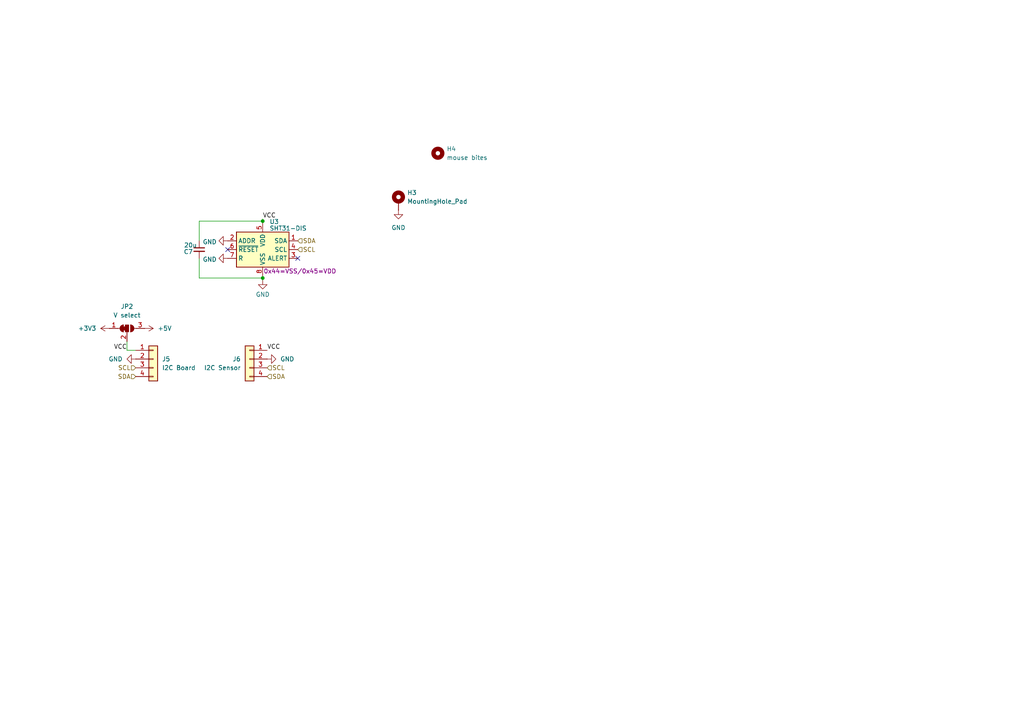
<source format=kicad_sch>
(kicad_sch (version 20231120) (generator "eeschema") (generator_version "8.0")
  (paper "A4")
  (lib_symbols
    (symbol "Connector_Generic:Conn_01x04" (pin_names (offset 1.016) hide)
      (property "Reference" "J" (at 0 5.08 0))
      (property "Value" "Conn_01x04" (at 0 -7.62 0))
      (symbol "Conn_01x04_1_1"
        (rectangle (start -1.27 -4.953) (end 0 -5.207) (stroke (width 0.1524)))
        (rectangle (start -1.27 -2.413) (end 0 -2.667) (stroke (width 0.1524)))
        (rectangle (start -1.27 0.127) (end 0 -0.127) (stroke (width 0.1524)))
        (rectangle (start -1.27 2.667) (end 0 2.413) (stroke (width 0.1524)))
        (rectangle (start -1.27 3.81) (end 1.27 -6.35) (stroke (width 0.254)) (fill (type background)))
        (pin passive line (at -5.08 2.54 0) (length 3.81) (name "Pin_1") (number "1"))
        (pin passive line (at -5.08 0 0) (length 3.81) (name "Pin_2") (number "2"))
        (pin passive line (at -5.08 -2.54 0) (length 3.81) (name "Pin_3") (number "3"))
        (pin passive line (at -5.08 -5.08 0) (length 3.81) (name "Pin_4") (number "4"))
      )
    )
    (symbol "Device:C_Small" (pin_numbers hide) (pin_names (offset 0.254) hide)
      (property "Reference" "C" (at 0.254 1.778 0))
      (property "Value" "C_Small" (at 0.254 -2.032 0))
      (symbol "C_Small_0_1"
        (polyline (pts (xy -1.524 -0.508) (xy 1.524 -0.508)) (stroke (width 0.3302)))
        (polyline (pts (xy -1.524 0.508) (xy 1.524 0.508)) (stroke (width 0.3048)))
      )
      (symbol "C_Small_1_1"
        (pin passive line (at 0 2.54 270) (length 2.032) (name "~") (number "1"))
        (pin passive line (at 0 -2.54 90) (length 2.032) (name "~") (number "2"))
      )
    )
    (symbol "Jumper:SolderJumper_3_Bridged12" (pin_names (offset 0) hide) (exclude_from_sim yes) (in_bom no)
      (property "Reference" "JP" (at -2.54 -2.54 0))
      (property "Value" "SolderJumper_3_Bridged12" (at 0 2.794 0))
      (symbol "SolderJumper_3_Bridged12_0_1"
        (rectangle (start -1.016 0.508) (end -0.508 -0.508) (fill (type outline)))
        (arc (start -1.016 1.016) (mid -2.0276 0) (end -1.016 -1.016))
        (arc (start -1.016 1.016) (mid -2.0276 0) (end -1.016 -1.016) (fill (type outline)))
        (rectangle (start -0.508 1.016) (end 0.508 -1.016) (fill (type outline)))
        (polyline (pts (xy -2.54 0) (xy -2.032 0)))
        (polyline (pts (xy -1.016 1.016) (xy -1.016 -1.016)))
        (polyline (pts (xy 0 -1.27) (xy 0 -1.016)))
        (polyline (pts (xy 1.016 1.016) (xy 1.016 -1.016)))
        (polyline (pts (xy 2.54 0) (xy 2.032 0)))
        (arc (start 1.016 -1.016) (mid 2.0276 0) (end 1.016 1.016))
        (arc (start 1.016 -1.016) (mid 2.0276 0) (end 1.016 1.016) (fill (type outline)))
      )
      (symbol "SolderJumper_3_Bridged12_1_1"
        (pin passive line (at -5.08 0 0) (length 2.54) (name "A") (number "1"))
        (pin passive line (at 0 -3.81 90) (length 2.54) (name "C") (number "2"))
        (pin passive line (at 5.08 0 180) (length 2.54) (name "B") (number "3"))
      )
    )
    (symbol "Mechanical:MountingHole" (pin_names (offset 1.016)) (exclude_from_sim yes) (in_bom no)
      (property "Reference" "H" (at 0 5.08 0))
      (property "Value" "MountingHole" (at 0 3.175 0))
      (symbol "MountingHole_0_1"
        (circle (center 0 0) (radius 1.27) (stroke (width 1.27)))
      )
    )
    (symbol "Mechanical:MountingHole_Pad" (pin_numbers hide) (pin_names (offset 1.016) hide) (exclude_from_sim yes) (in_bom no)
      (property "Reference" "H" (at 0 6.35 0))
      (property "Value" "MountingHole_Pad" (at 0 4.445 0))
      (symbol "MountingHole_Pad_0_1"
        (circle (center 0 1.27) (radius 1.27) (stroke (width 1.27)))
      )
      (symbol "MountingHole_Pad_1_1"
        (pin input line (at 0 -2.54 90) (length 2.54) (name "1") (number "1"))
      )
    )
    (symbol "Sensor_Humidity:SHT31-DIS"
      (property "Reference" "U" (at -6.35 6.35 0))
      (property "Value" "SHT31-DIS" (at 6.35 6.35 0))
      (symbol "SHT31-DIS_0_1"
        (rectangle (start -7.62 5.08) (end 7.62 -5.08) (stroke (width 0.254)) (fill (type background)))
      )
      (symbol "SHT31-DIS_1_1"
        (pin bidirectional line (at 10.16 2.54 180) (length 2.54) (name "SDA") (number "1"))
        (pin input line (at -10.16 2.54 0) (length 2.54) (name "ADDR") (number "2"))
        (pin output line (at 10.16 -2.54 180) (length 2.54) (name "ALERT") (number "3"))
        (pin input line (at 10.16 0 180) (length 2.54) (name "SCL") (number "4"))
        (pin power_in line (at 0 7.62 270) (length 2.54) (name "VDD") (number "5"))
        (pin input line (at -10.16 0 0) (length 2.54) (name "~{RESET}") (number "6"))
        (pin passive line (at -10.16 -2.54 0) (length 2.54) (name "R") (number "7"))
        (pin power_in line (at 0 -7.62 90) (length 2.54) (name "VSS") (number "8"))
        (pin passive line (at 0 -7.62 90) (length 2.54) hide (name "VSS") (number "9"))
      )
    )
    (symbol "power:+3V3" (power) (pin_numbers hide) (pin_names (offset 0) hide)
      (property "Value" "+3V3" (at 0 3.556 0))
      (symbol "+3V3_0_1"
        (polyline (pts (xy -0.762 1.27) (xy 0 2.54)))
        (polyline (pts (xy 0 0) (xy 0 2.54)))
        (polyline (pts (xy 0 2.54) (xy 0.762 1.27)))
      )
      (symbol "+3V3_1_1"
        (pin power_in line (at 0 0 90) (length 0) (name "~") (number "1"))
      )
    )
    (symbol "power:+5V" (power) (pin_numbers hide) (pin_names (offset 0) hide)
      (property "Value" "+5V" (at 0 3.556 0))
      (symbol "+5V_0_1"
        (polyline (pts (xy -0.762 1.27) (xy 0 2.54)))
        (polyline (pts (xy 0 0) (xy 0 2.54)))
        (polyline (pts (xy 0 2.54) (xy 0.762 1.27)))
      )
      (symbol "+5V_1_1"
        (pin power_in line (at 0 0 90) (length 0) (name "~") (number "1"))
      )
    )
    (symbol "power:GND" (power) (pin_numbers hide) (pin_names (offset 0) hide)
      (property "Value" "GND" (at 0 -3.81 0))
      (symbol "GND_0_1"
        (polyline (pts (xy 0 0) (xy 0 -1.27) (xy 1.27 -1.27) (xy 0 -2.54) (xy -1.27 -1.27) (xy 0 -1.27)))
      )
      (symbol "GND_1_1"
        (pin power_in line (at 0 0 270) (length 0) (name "~") (number "1"))
      )
    )
  )
  (junction (at 76.2 80.645))
  (junction (at 76.2 64.135))
  (no_connect (at 86.36 74.93))
  (no_connect (at 66.04 72.39))
  (wire (pts (xy 57.785 64.135) (xy 76.2 64.135)))
  (wire (pts (xy 76.2 63.5) (xy 76.2 64.135)))
  (wire (pts (xy 36.83 99.06) (xy 36.83 101.6)))
  (wire (pts (xy 57.785 69.85) (xy 57.785 64.135)))
  (wire (pts (xy 57.785 74.93) (xy 57.785 80.645)))
  (wire (pts (xy 76.2 80.645) (xy 76.2 80.01)))
  (wire (pts (xy 36.83 101.6) (xy 39.37 101.6)))
  (wire (pts (xy 76.2 64.135) (xy 76.2 64.77)))
  (wire (pts (xy 57.785 80.645) (xy 76.2 80.645)))
  (wire (pts (xy 76.2 81.28) (xy 76.2 80.645)))
  (label "VCC" (at 36.83 101.6 180))
  (label "VCC" (at 77.47 101.6 0))
  (label "VCC" (at 76.2 63.5 0))
  (hierarchical_label "SCL" (shape input) (at 77.47 106.68 0))
  (hierarchical_label "SCL" (shape input) (at 86.36 72.39 0))
  (hierarchical_label "SCL" (shape input) (at 39.37 106.68 180))
  (hierarchical_label "SDA" (shape input) (at 39.37 109.22 180))
  (hierarchical_label "SDA" (shape input) (at 86.36 69.85 0))
  (hierarchical_label "SDA" (shape input) (at 77.47 109.22 0))
  (symbol (lib_id "Connector_Generic:Conn_01x04") (at 44.45 104.14 0) (unit 1)
    (property "Reference" "J5" (at 46.99 104.1399 0) (effects (justify left)))
    (property "Value" "I2C Board" (at 46.99 106.6799 0) (effects (justify left)))
    (property "Footprint" "Connector_PinSocket_2.54mm:PinSocket_1x04_P2.54mm_Vertical" (effects (hide yes)))
    (property "Description" "Generic connector, single row, 01x04, script generated (kicad-library-utils/schlib/autogen/connector/)" (effects (hide yes)))
  )
  (symbol (lib_id "power:GND") (at 76.2 81.28 0) (unit 1)
    (property "Reference" "#PWR033" (effects (hide yes)))
    (property "Value" "GND" (at 76.2 85.4155 0))
  )
  (symbol (lib_id "power:GND") (at 66.04 74.93 270) (unit 1)
    (property "Reference" "#PWR032" (effects (hide yes)))
    (property "Value" "GND" (at 62.8651 75.2468 90) (effects (justify right)))
  )
  (symbol (lib_id "Sensor_Humidity:SHT31-DIS") (at 76.2 72.39 0) (unit 1)
    (property "Reference" "U3" (at 78.1559 64.3001 0) (effects (justify left)))
    (property "Value" "SHT31-DIS" (at 78.1559 66.2211 0) (effects (justify left)))
    (property "Footprint" "Sensor_Humidity:Sensirion_DFN-8-1EP_2.5x2.5mm_P0.5mm_EP1.1x1.7mm" (effects (hide yes)))
    (property "Datasheet" "https://www.sensirion.com/fileadmin/user_upload/customers/sensirion/Dokumente/2_Humidity_Sensors/Datasheets/Sensirion_Humidity_Sensors_SHT3x_Datasheet_digital.pdf" (effects (hide yes)))
    (property "Address" "0x44=VSS/0x45=VDD" (at 86.995 79.375 0) (effects (justify bottom)))
  )
  (symbol (lib_id "power:GND") (at 66.04 69.85 270) (unit 1)
    (property "Reference" "#PWR031" (effects (hide yes)))
    (property "Value" "GND" (at 62.8651 70.1668 90) (effects (justify right)))
  )
  (symbol (lib_id "Connector_Generic:Conn_01x04") (at 72.39 104.14 0) (mirror y) (unit 1)
    (property "Reference" "J6" (at 69.85 104.1399 0) (effects (justify left)))
    (property "Value" "I2C Sensor" (at 69.85 106.6799 0) (effects (justify left)))
    (property "Footprint" "Connector_PinHeader_2.54mm:PinHeader_1x04_P2.54mm_Vertical" (effects (hide yes)))
    (property "Description" "Generic connector, single row, 01x04, script generated (kicad-library-utils/schlib/autogen/connector/)" (effects (hide yes)))
  )
  (symbol (lib_id "Mechanical:MountingHole_Pad") (at 115.57 58.42 0) (unit 1) (exclude_from_sim yes) (in_bom no)
    (property "Reference" "H3" (at 118.11 55.8799 0) (effects (justify left)))
    (property "Value" "MountingHole_Pad" (at 118.11 58.4199 0) (effects (justify left)))
    (property "Footprint" "MountingHole:MountingHole_3.2mm_M3_Pad" (effects (hide yes)))
    (property "Description" "Mounting Hole with connection" (effects (hide yes)))
  )
  (symbol (lib_id "power:GND") (at 39.37 104.14 270) (unit 1)
    (property "Reference" "#PWR029" (effects (hide yes)))
    (property "Value" "GND" (at 35.56 104.1399 90) (effects (justify right)))
    (property "Description" "Power symbol creates a global label with name \"GND\" , ground" (effects (hide yes)))
  )
  (symbol (lib_id "power:GND") (at 77.47 104.14 90) (mirror x) (unit 1)
    (property "Reference" "#PWR034" (effects (hide yes)))
    (property "Value" "GND" (at 81.28 104.1399 90) (effects (justify right)))
    (property "Description" "Power symbol creates a global label with name \"GND\" , ground" (effects (hide yes)))
  )
  (symbol (lib_id "power:GND") (at 115.57 60.96 0) (unit 1)
    (property "Reference" "#PWR035" (effects (hide yes)))
    (property "Value" "GND" (at 115.57 66.04 0))
    (property "Description" "Power symbol creates a global label with name \"GND\" , ground" (effects (hide yes)))
  )
  (symbol (lib_id "Mechanical:MountingHole") (at 127 44.45 0) (unit 1) (exclude_from_sim yes) (in_bom no)
    (property "Reference" "H4" (at 129.54 43.1799 0) (effects (justify left)))
    (property "Value" "mouse bites" (at 129.54 45.7199 0) (effects (justify left)))
    (property "Footprint" "panelization:mouse-bite-3mm-slot" (effects (hide yes)))
    (property "Description" "Mounting Hole without connection" (effects (hide yes)))
  )
  (symbol (lib_id "Jumper:SolderJumper_3_Bridged12") (at 36.83 95.25 0) (unit 1) (exclude_from_sim yes) (in_bom no)
    (property "Reference" "JP2" (at 36.83 88.9 0))
    (property "Value" "V select" (at 36.83 91.44 0))
    (property "Footprint" "Jumper:SolderJumper-3_P1.3mm_Bridged12_RoundedPad1.0x1.5mm" (effects (hide yes)))
    (property "Description" "3-pole Solder Jumper, pins 1+2 closed/bridged" (effects (hide yes)))
  )
  (symbol (lib_id "power:+5V") (at 41.91 95.25 270) (unit 1)
    (property "Reference" "#PWR030" (effects (hide yes)))
    (property "Value" "+5V" (at 45.72 95.2499 90) (effects (justify left)))
    (property "Description" "Power symbol creates a global label with name \"+5V\"" (effects (hide yes)))
  )
  (symbol (lib_id "power:+3V3") (at 31.75 95.25 90) (unit 1)
    (property "Reference" "#PWR028" (effects (hide yes)))
    (property "Value" "+3V3" (at 27.94 95.2499 90) (effects (justify left)))
    (property "Description" "Power symbol creates a global label with name \"+3V3\"" (effects (hide yes)))
  )
  (symbol (lib_id "Device:C_Small") (at 57.785 72.39 0) (mirror y) (unit 1)
    (property "Reference" "C7" (at 54.61 73.025 0))
    (property "Value" "20u" (at 55.245 71.12 0))
    (property "Footprint" "Capacitor_SMD:C_0603_1608Metric" (effects (hide yes)))
  )
)
</source>
